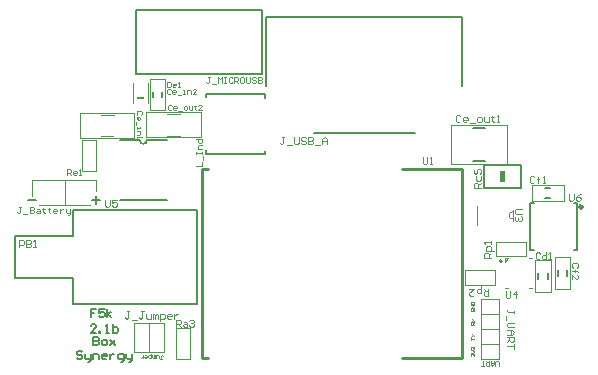
<source format=gto>
G04*
G04 #@! TF.GenerationSoftware,Altium Limited,Altium Designer,20.2.4 (192)*
G04*
G04 Layer_Color=65535*
%FSLAX25Y25*%
%MOIN*%
G70*
G04*
G04 #@! TF.SameCoordinates,A4C890F2-BA2B-4C22-B79F-40179FF621D5*
G04*
G04*
G04 #@! TF.FilePolarity,Positive*
G04*
G01*
G75*
%ADD10C,0.00787*%
%ADD11C,0.00551*%
%ADD12C,0.01181*%
%ADD13C,0.00400*%
%ADD14C,0.00300*%
%ADD15C,0.00354*%
%ADD16C,0.00500*%
%ADD17C,0.00512*%
%ADD18C,0.00315*%
%ADD19C,0.01000*%
%ADD20C,0.00250*%
%ADD21C,0.00630*%
%ADD22C,0.00394*%
%ADD23C,0.00591*%
%ADD24C,0.00402*%
%ADD25C,0.00600*%
%ADD26C,0.00323*%
G36*
X41240Y89862D02*
Y90453D01*
X43799D01*
Y89862D01*
X41240D01*
D02*
G37*
G36*
X162526Y65755D02*
X164100D01*
Y62212D01*
X162526D01*
Y65755D01*
D02*
G37*
D10*
X163091Y35747D02*
G03*
X163091Y35747I-394J0D01*
G01*
X100323Y78378D02*
X133929D01*
X84449Y94252D02*
Y117087D01*
X149803Y94252D02*
Y117087D01*
X27821Y19860D02*
X25984D01*
Y18483D01*
X26903D01*
X25984D01*
Y17105D01*
X30576Y19860D02*
X28739D01*
Y18483D01*
X29658Y18942D01*
X30117D01*
X30576Y18483D01*
Y17564D01*
X30117Y17105D01*
X29198D01*
X28739Y17564D01*
X31494Y17105D02*
Y19860D01*
Y18024D02*
X32872Y18942D01*
X31494Y18024D02*
X32872Y17105D01*
X27821Y11909D02*
X25984D01*
X27821Y13746D01*
Y14205D01*
X27362Y14664D01*
X26443D01*
X25984Y14205D01*
X28739Y11909D02*
Y12369D01*
X29198D01*
Y11909D01*
X28739D01*
X31035D02*
X31953D01*
X31494D01*
Y14664D01*
X31035Y14205D01*
X33331Y14664D02*
Y11909D01*
X34708D01*
X35168Y12369D01*
Y12828D01*
Y13287D01*
X34708Y13746D01*
X33331D01*
D11*
X42254Y76142D02*
G03*
X44754Y76142I1250J0D01*
G01*
X35630D02*
X42254D01*
X35630Y56142D02*
X51378D01*
X44754Y76142D02*
X51378D01*
X26829Y10527D02*
Y7772D01*
X28207D01*
X28666Y8231D01*
Y8690D01*
X28207Y9149D01*
X26829D01*
X28207D01*
X28666Y9608D01*
Y10068D01*
X28207Y10527D01*
X26829D01*
X30043Y7772D02*
X30961D01*
X31421Y8231D01*
Y9149D01*
X30961Y9608D01*
X30043D01*
X29584Y9149D01*
Y8231D01*
X30043Y7772D01*
X32339Y9608D02*
X34176Y7772D01*
X33257Y8690D01*
X34176Y9608D01*
X32339Y7772D01*
X23156Y5439D02*
X22696Y5898D01*
X21778D01*
X21319Y5439D01*
Y4979D01*
X21778Y4520D01*
X22696D01*
X23156Y4061D01*
Y3602D01*
X22696Y3143D01*
X21778D01*
X21319Y3602D01*
X24074Y4979D02*
Y3602D01*
X24533Y3143D01*
X25911D01*
Y2684D01*
X25451Y2224D01*
X24992D01*
X25911Y3143D02*
Y4979D01*
X26829Y3143D02*
Y4979D01*
X28207D01*
X28666Y4520D01*
Y3143D01*
X30961D02*
X30043D01*
X29584Y3602D01*
Y4520D01*
X30043Y4979D01*
X30961D01*
X31421Y4520D01*
Y4061D01*
X29584D01*
X32339Y4979D02*
Y3143D01*
Y4061D01*
X32798Y4520D01*
X33257Y4979D01*
X33716D01*
X36012Y2224D02*
X36472D01*
X36931Y2684D01*
Y4979D01*
X35553D01*
X35094Y4520D01*
Y3602D01*
X35553Y3143D01*
X36931D01*
X37849Y4979D02*
Y3602D01*
X38308Y3143D01*
X39686D01*
Y2684D01*
X39226Y2224D01*
X38767D01*
X39686Y3143D02*
Y4979D01*
D12*
X189764Y53937D02*
G03*
X189764Y53937I-394J0D01*
G01*
D13*
X166677Y52211D02*
G03*
X166677Y49811I0J-1200D01*
G01*
Y49311D02*
Y49811D01*
Y52211D01*
Y52711D01*
X154778Y47811D02*
Y54211D01*
X50374Y5610D02*
Y15059D01*
X45374Y5610D02*
X50374D01*
X45374D02*
Y15059D01*
X50374D01*
X40354Y5610D02*
X43630D01*
X40354Y15059D02*
X43681D01*
X40354Y5610D02*
Y15059D01*
X155957Y3051D02*
Y8051D01*
Y3051D02*
X161957D01*
Y23051D01*
X155957D02*
X161957D01*
X155957Y3051D02*
Y23051D01*
Y8051D02*
X161957D01*
X155957Y13051D02*
X161957D01*
X155957Y18051D02*
X161957D01*
D14*
X150596Y27975D02*
Y32700D01*
Y27975D02*
X160833D01*
Y32700D01*
X150596D02*
X160833D01*
X174213Y25492D02*
X179331D01*
Y36122D01*
X174213D02*
X179331D01*
X174213Y25492D02*
Y36122D01*
X180709Y37182D02*
X185827D01*
X180709Y26552D02*
Y37182D01*
Y26552D02*
X185827D01*
Y37182D01*
X146113Y68190D02*
X164713D01*
X146113D02*
Y81190D01*
X164713D01*
Y68190D02*
Y81190D01*
X54291Y13483D02*
X59016D01*
X54291Y3247D02*
Y13483D01*
Y3247D02*
X59016D01*
Y13483D01*
X45669Y86024D02*
Y96653D01*
X50787D01*
Y86024D02*
Y96653D01*
X45669Y86024D02*
X50787D01*
X22933Y65945D02*
X27657D01*
Y76181D01*
X22933D02*
X27657D01*
X22933Y65945D02*
Y76181D01*
X171161Y37516D02*
Y42240D01*
X160925D02*
X171161D01*
X160925Y37516D02*
Y42240D01*
Y37516D02*
X171161D01*
X173024Y61060D02*
X183654D01*
Y55942D02*
Y61060D01*
X173024Y55942D02*
X183654D01*
X173024D02*
Y61060D01*
X161957Y952D02*
Y2285D01*
X161690Y2551D01*
X161157D01*
X160890Y2285D01*
Y952D01*
X160357Y2551D02*
Y1485D01*
X159824Y952D01*
X159291Y1485D01*
Y2551D01*
Y1751D01*
X160357D01*
X158758Y2551D02*
Y952D01*
X157958D01*
X157691Y1218D01*
Y1751D01*
X157958Y2018D01*
X158758D01*
X158225D02*
X157691Y2551D01*
X157158Y952D02*
X156092D01*
X156625D01*
Y2551D01*
X152882Y4051D02*
X152682Y4251D01*
Y4651D01*
X152882Y4851D01*
X153082D01*
X153282Y4651D01*
Y4451D01*
Y4651D01*
X153482Y4851D01*
X153682D01*
X153882Y4651D01*
Y4251D01*
X153682Y4051D01*
X152682Y5251D02*
X153482D01*
X153882Y5651D01*
X153482Y6050D01*
X152682D01*
X152882Y6450D02*
X152682Y6650D01*
Y7050D01*
X152882Y7250D01*
X153082D01*
X153282Y7050D01*
Y6850D01*
Y7050D01*
X153482Y7250D01*
X153682D01*
X153882Y7050D01*
Y6650D01*
X153682Y6450D01*
X152682Y9551D02*
Y10351D01*
Y9951D01*
X153882D01*
X153082Y10751D02*
X153882Y11551D01*
X153482Y11151D01*
X153082Y11551D01*
X153882Y10751D01*
Y14551D02*
X152682D01*
Y15151D01*
X152882Y15351D01*
X153282D01*
X153482Y15151D01*
Y14551D01*
Y14951D02*
X153882Y15351D01*
X153082Y15751D02*
X153882Y16551D01*
X153482Y16151D01*
X153082Y16551D01*
X153882Y15751D01*
X152882Y19851D02*
X152682Y19651D01*
Y19251D01*
X152882Y19051D01*
X153682D01*
X153882Y19251D01*
Y19651D01*
X153682Y19851D01*
X153282D01*
Y19451D01*
X153882Y20251D02*
X152682D01*
X153882Y21050D01*
X152682D01*
Y21450D02*
X153882D01*
Y22050D01*
X153682Y22250D01*
X152882D01*
X152682Y22050D01*
Y21450D01*
D15*
X163976Y35451D02*
X165213Y36688D01*
X163976D02*
X165213D01*
X163976Y35451D02*
Y36688D01*
X172008Y26932D02*
X173228D01*
X163976D02*
X165197D01*
X172008Y36688D02*
X173228D01*
X65682Y97243D02*
X65026D01*
X65354D01*
Y95604D01*
X65026Y95276D01*
X64698D01*
X64370Y95604D01*
X66338Y94948D02*
X67650D01*
X68306Y95276D02*
Y97243D01*
X68962Y96588D01*
X69618Y97243D01*
Y95276D01*
X70274Y97243D02*
X70930D01*
X70602D01*
Y95276D01*
X70274D01*
X70930D01*
X73225Y96916D02*
X72897Y97243D01*
X72241D01*
X71913Y96916D01*
Y95604D01*
X72241Y95276D01*
X72897D01*
X73225Y95604D01*
X73881Y95276D02*
Y97243D01*
X74865D01*
X75193Y96916D01*
Y96259D01*
X74865Y95932D01*
X73881D01*
X74537D02*
X75193Y95276D01*
X76833Y97243D02*
X76177D01*
X75849Y96916D01*
Y95604D01*
X76177Y95276D01*
X76833D01*
X77161Y95604D01*
Y96916D01*
X76833Y97243D01*
X77817D02*
Y95604D01*
X78145Y95276D01*
X78801D01*
X79129Y95604D01*
Y97243D01*
X81097Y96916D02*
X80769Y97243D01*
X80113D01*
X79785Y96916D01*
Y96588D01*
X80113Y96259D01*
X80769D01*
X81097Y95932D01*
Y95604D01*
X80769Y95276D01*
X80113D01*
X79785Y95604D01*
X81753Y97243D02*
Y95276D01*
X82737D01*
X83065Y95604D01*
Y95932D01*
X82737Y96259D01*
X81753D01*
X82737D01*
X83065Y96588D01*
Y96916D01*
X82737Y97243D01*
X81753D01*
D16*
X175197Y29921D02*
Y31693D01*
X178347Y29921D02*
Y31693D01*
X184843Y30981D02*
Y32752D01*
X181693Y30981D02*
Y32752D01*
X153287Y69178D02*
X157539D01*
X153287Y80201D02*
X157539D01*
X49803Y90453D02*
Y92224D01*
X46654Y90453D02*
Y92224D01*
X64370Y91339D02*
X84055D01*
Y90158D02*
Y91339D01*
X64370Y90354D02*
Y91339D01*
Y71653D02*
X84055D01*
X64370D02*
Y72835D01*
X84055Y71653D02*
Y72638D01*
X84449Y117087D02*
X149803D01*
X169514Y60243D02*
Y67724D01*
X157112Y60243D02*
X169514D01*
X157112D02*
Y67724D01*
X169514D01*
X177454Y56926D02*
X179225D01*
X177454Y60076D02*
X179225D01*
D17*
X83071Y98032D02*
Y119587D01*
X40945D02*
X83071D01*
X40945Y98032D02*
X83071D01*
X40945D02*
Y119587D01*
D18*
X40059Y88386D02*
Y95079D01*
X44980Y88386D02*
Y95079D01*
X43630Y5610D02*
X45374D01*
X52609Y92962D02*
X52314Y93257D01*
X51724D01*
X51429Y92962D01*
Y91782D01*
X51724Y91487D01*
X52314D01*
X52609Y91782D01*
X54085Y91487D02*
X53495D01*
X53200Y91782D01*
Y92372D01*
X53495Y92667D01*
X54085D01*
X54381Y92372D01*
Y92077D01*
X53200D01*
X54971Y91191D02*
X56152D01*
X56742Y91487D02*
X57332D01*
X57037D01*
Y92667D01*
X56742D01*
X58218Y91487D02*
Y92667D01*
X59103D01*
X59399Y92372D01*
Y91487D01*
X61170D02*
X59989D01*
X61170Y92667D01*
Y92962D01*
X60874Y93257D01*
X60284D01*
X59989Y92962D01*
X51477Y95571D02*
Y93800D01*
X52363D01*
X52658Y94095D01*
Y95275D01*
X52363Y95571D01*
X51477D01*
X54134Y93800D02*
X53543D01*
X53248Y94095D01*
Y94685D01*
X53543Y94980D01*
X54134D01*
X54429Y94685D01*
Y94390D01*
X53248D01*
X55019Y93800D02*
X55610D01*
X55314D01*
Y95571D01*
X55019Y95275D01*
X52908Y87631D02*
X52620Y87920D01*
X52042D01*
X51754Y87631D01*
Y86476D01*
X52042Y86188D01*
X52620D01*
X52908Y86476D01*
X54351Y86188D02*
X53774D01*
X53486Y86476D01*
Y87054D01*
X53774Y87342D01*
X54351D01*
X54640Y87054D01*
Y86765D01*
X53486D01*
X55217Y85899D02*
X56372D01*
X57238Y86188D02*
X57815D01*
X58103Y86476D01*
Y87054D01*
X57815Y87342D01*
X57238D01*
X56949Y87054D01*
Y86476D01*
X57238Y86188D01*
X58681Y87342D02*
Y86476D01*
X58969Y86188D01*
X59835D01*
Y87342D01*
X60701Y87631D02*
Y87342D01*
X60412D01*
X60990D01*
X60701D01*
Y86476D01*
X60990Y86188D01*
X63010D02*
X61856D01*
X63010Y87342D01*
Y87631D01*
X62721Y87920D01*
X62144D01*
X61856Y87631D01*
X42690Y84519D02*
X42979Y84808D01*
Y85385D01*
X42690Y85674D01*
X41536D01*
X41247Y85385D01*
Y84808D01*
X41536Y84519D01*
X41247Y83076D02*
Y83654D01*
X41536Y83942D01*
X42113D01*
X42401Y83654D01*
Y83076D01*
X42113Y82788D01*
X41824D01*
Y83942D01*
X40958Y82211D02*
Y81056D01*
X41247Y80479D02*
Y79902D01*
Y80190D01*
X42401D01*
Y80479D01*
X41247Y79036D02*
X42401D01*
Y78170D01*
X42113Y77881D01*
X41247D01*
Y77304D02*
Y76727D01*
Y77015D01*
X42979D01*
X42690Y77304D01*
D19*
X129626Y3543D02*
X149705D01*
X63091D02*
X65059D01*
X63091D02*
Y66535D01*
X65059D01*
X129626D02*
X149705D01*
Y3543D02*
Y66535D01*
D20*
X51358Y77649D02*
X55610D01*
X51555Y84949D02*
X55807D01*
X62598Y77165D02*
Y85433D01*
X44488D02*
X62598D01*
X44488Y77165D02*
Y85433D01*
Y77165D02*
X62598D01*
X29232Y77334D02*
X33484D01*
X29429Y84634D02*
X33681D01*
X40472Y76850D02*
Y85118D01*
X22362D02*
X40472D01*
X22362Y76850D02*
Y85118D01*
Y76850D02*
X40472D01*
D21*
X20085Y21575D02*
Y30236D01*
X794D02*
X20085D01*
X794Y44016D02*
X20085D01*
Y52677D01*
X794Y30236D02*
Y44016D01*
X20085Y21575D02*
X61424D01*
X20085Y52677D02*
X61424D01*
Y21575D02*
Y52677D01*
D22*
X6354Y62776D02*
X27712D01*
X17476Y54508D02*
Y62776D01*
X27712Y59232D02*
Y62776D01*
X8716Y54508D02*
X25645D01*
X6354Y57362D02*
Y62776D01*
X158517Y26614D02*
Y24252D01*
X157336D01*
X156943Y24646D01*
Y25433D01*
X157336Y25827D01*
X158517D01*
X157730D02*
X156943Y26614D01*
X156155Y27401D02*
Y25040D01*
X154975D01*
X154581Y25433D01*
Y26220D01*
X154975Y26614D01*
X156155D01*
X152220D02*
X153794D01*
X152220Y25040D01*
Y24646D01*
X152613Y24252D01*
X153400D01*
X153794Y24646D01*
X164272Y25885D02*
Y23918D01*
X164666Y23524D01*
X165453D01*
X165847Y23918D01*
Y25885D01*
X167815Y23524D02*
Y25885D01*
X166634Y24705D01*
X168208D01*
X175675Y38320D02*
X175315Y38680D01*
X174593D01*
X174232Y38320D01*
Y36876D01*
X174593Y36516D01*
X175315D01*
X175675Y36876D01*
X177840Y38680D02*
Y36516D01*
X176758D01*
X176397Y36876D01*
Y37598D01*
X176758Y37959D01*
X177840D01*
X178562Y36516D02*
X179283D01*
X178922D01*
Y38680D01*
X178562Y38320D01*
X188143Y33645D02*
X188503Y34006D01*
Y34728D01*
X188143Y35089D01*
X186699D01*
X186339Y34728D01*
Y34006D01*
X186699Y33645D01*
X186339Y32563D02*
X188143D01*
X187421D01*
Y32924D01*
Y32202D01*
Y32563D01*
X188143D01*
X188503Y32202D01*
X186339Y29677D02*
Y31120D01*
X187782Y29677D01*
X188143D01*
X188503Y30038D01*
Y30759D01*
X188143Y31120D01*
X2166Y40453D02*
Y42815D01*
X3347D01*
X3740Y42421D01*
Y41634D01*
X3347Y41240D01*
X2166D01*
X4528Y42815D02*
Y40453D01*
X5708D01*
X6102Y40847D01*
Y41240D01*
X5708Y41634D01*
X4528D01*
X5708D01*
X6102Y42027D01*
Y42421D01*
X5708Y42815D01*
X4528D01*
X6889Y40453D02*
X7676D01*
X7283D01*
Y42815D01*
X6889Y42421D01*
X30709Y56299D02*
Y54331D01*
X31103Y53937D01*
X31890D01*
X32284Y54331D01*
Y56299D01*
X34645D02*
X33071D01*
Y55118D01*
X33858Y55512D01*
X34251D01*
X34645Y55118D01*
Y54331D01*
X34251Y53937D01*
X33464D01*
X33071Y54331D01*
X136615Y70472D02*
Y68504D01*
X137008Y68111D01*
X137795D01*
X138189Y68504D01*
Y70472D01*
X138976Y68111D02*
X139763D01*
X139370D01*
Y70472D01*
X138976Y70078D01*
X17980Y64567D02*
Y66535D01*
X18964D01*
X19292Y66207D01*
Y65551D01*
X18964Y65223D01*
X17980D01*
X18636D02*
X19292Y64567D01*
X20932D02*
X20276D01*
X19948Y64895D01*
Y65551D01*
X20276Y65879D01*
X20932D01*
X21260Y65551D01*
Y65223D01*
X19948D01*
X21915Y64567D02*
X22571D01*
X22243D01*
Y66535D01*
X21915Y66207D01*
X54496Y13977D02*
Y16141D01*
X55578D01*
X55939Y15781D01*
Y15059D01*
X55578Y14698D01*
X54496D01*
X55217D02*
X55939Y13977D01*
X57021Y15420D02*
X57743D01*
X58103Y15059D01*
Y13977D01*
X57021D01*
X56660Y14337D01*
X57021Y14698D01*
X58103D01*
X58825Y15781D02*
X59186Y16141D01*
X59907D01*
X60268Y15781D01*
Y15420D01*
X59907Y15059D01*
X59547D01*
X59907D01*
X60268Y14698D01*
Y14337D01*
X59907Y13977D01*
X59186D01*
X58825Y14337D01*
X60939Y67655D02*
X62906D01*
Y68967D01*
X63235Y69623D02*
Y70935D01*
X60939Y71591D02*
Y72246D01*
Y71918D01*
X62906D01*
Y71591D01*
Y72246D01*
Y73230D02*
X61595D01*
Y74214D01*
X61923Y74542D01*
X62906D01*
X60939Y76510D02*
X62906D01*
Y75526D01*
X62579Y75198D01*
X61923D01*
X61595Y75526D01*
Y76510D01*
X149224Y84168D02*
X148831Y84561D01*
X148044D01*
X147650Y84168D01*
Y82593D01*
X148044Y82200D01*
X148831D01*
X149224Y82593D01*
X151192Y82200D02*
X150405D01*
X150011Y82593D01*
Y83380D01*
X150405Y83774D01*
X151192D01*
X151586Y83380D01*
Y82987D01*
X150011D01*
X152373Y81806D02*
X153947D01*
X155128Y82200D02*
X155915D01*
X156309Y82593D01*
Y83380D01*
X155915Y83774D01*
X155128D01*
X154734Y83380D01*
Y82593D01*
X155128Y82200D01*
X157096Y83774D02*
Y82593D01*
X157489Y82200D01*
X158670D01*
Y83774D01*
X159851Y84168D02*
Y83774D01*
X159457D01*
X160244D01*
X159851D01*
Y82593D01*
X160244Y82200D01*
X161425D02*
X162212D01*
X161819D01*
Y84561D01*
X161425Y84168D01*
X185335Y58303D02*
Y56336D01*
X185728Y55942D01*
X186515D01*
X186909Y56336D01*
Y58303D01*
X189270D02*
X188483Y57910D01*
X187696Y57123D01*
Y56336D01*
X188090Y55942D01*
X188877D01*
X189270Y56336D01*
Y56729D01*
X188877Y57123D01*
X187696D01*
X169639Y53150D02*
X167671D01*
X167278Y52756D01*
Y51969D01*
X167671Y51575D01*
X169639D01*
X169245Y50788D02*
X169639Y50395D01*
Y49608D01*
X169245Y49214D01*
X168852D01*
X168458Y49608D01*
Y50001D01*
Y49608D01*
X168065Y49214D01*
X167671D01*
X167278Y49608D01*
Y50395D01*
X167671Y50788D01*
X155957Y60243D02*
X153595D01*
Y61424D01*
X153989Y61818D01*
X154776D01*
X155169Y61424D01*
Y60243D01*
Y61030D02*
X155957Y61818D01*
X154382Y64179D02*
Y62998D01*
X154776Y62605D01*
X155563D01*
X155957Y62998D01*
Y64179D01*
X153989Y66540D02*
X153595Y66147D01*
Y65360D01*
X153989Y64966D01*
X154382D01*
X154776Y65360D01*
Y66147D01*
X155169Y66540D01*
X155563D01*
X155957Y66147D01*
Y65360D01*
X155563Y64966D01*
X159449Y36909D02*
X157087D01*
Y38090D01*
X157481Y38484D01*
X158268D01*
X158662Y38090D01*
Y36909D01*
Y37697D02*
X159449Y38484D01*
X160236Y39271D02*
X157875D01*
Y40452D01*
X158268Y40845D01*
X159055D01*
X159449Y40452D01*
Y39271D01*
Y41632D02*
Y42419D01*
Y42026D01*
X157087D01*
X157481Y41632D01*
X90551Y77165D02*
X89763D01*
X90157D01*
Y75197D01*
X89763Y74803D01*
X89370D01*
X88976Y75197D01*
X91338Y74410D02*
X92912D01*
X93699Y77165D02*
Y75197D01*
X94093Y74803D01*
X94880D01*
X95274Y75197D01*
Y77165D01*
X97635Y76771D02*
X97241Y77165D01*
X96454D01*
X96061Y76771D01*
Y76377D01*
X96454Y75984D01*
X97241D01*
X97635Y75590D01*
Y75197D01*
X97241Y74803D01*
X96454D01*
X96061Y75197D01*
X98422Y77165D02*
Y74803D01*
X99603D01*
X99996Y75197D01*
Y75590D01*
X99603Y75984D01*
X98422D01*
X99603D01*
X99996Y76377D01*
Y76771D01*
X99603Y77165D01*
X98422D01*
X100784Y74410D02*
X102358D01*
X103145Y74803D02*
Y76377D01*
X103932Y77165D01*
X104719Y76377D01*
Y74803D01*
Y75984D01*
X103145D01*
X167125Y18406D02*
Y19193D01*
Y18800D01*
X165157D01*
X164764Y19193D01*
Y19587D01*
X165157Y19980D01*
X164370Y17619D02*
Y16045D01*
X167125Y15257D02*
X165157D01*
X164764Y14864D01*
Y14077D01*
X165157Y13683D01*
X167125D01*
X164764Y12896D02*
X166338D01*
X167125Y12109D01*
X166338Y11322D01*
X164764D01*
X165945D01*
Y12896D01*
X164764Y10535D02*
X167125D01*
Y9354D01*
X166732Y8960D01*
X165945D01*
X165551Y9354D01*
Y10535D01*
Y9747D02*
X164764Y8960D01*
X167125Y8173D02*
Y6599D01*
Y7386D01*
X164764D01*
X38877Y18995D02*
X38090D01*
X38484D01*
Y17027D01*
X38090Y16634D01*
X37697D01*
X37303Y17027D01*
X39665Y16240D02*
X41239D01*
X43600Y18995D02*
X42813D01*
X43207D01*
Y17027D01*
X42813Y16634D01*
X42420D01*
X42026Y17027D01*
X44388Y18208D02*
Y17027D01*
X44781Y16634D01*
X45962D01*
Y18208D01*
X46749Y16634D02*
Y18208D01*
X47142D01*
X47536Y17815D01*
Y16634D01*
Y17815D01*
X47930Y18208D01*
X48323Y17815D01*
Y16634D01*
X49110Y15847D02*
Y18208D01*
X50291D01*
X50685Y17815D01*
Y17027D01*
X50291Y16634D01*
X49110D01*
X52653D02*
X51865D01*
X51472Y17027D01*
Y17815D01*
X51865Y18208D01*
X52653D01*
X53046Y17815D01*
Y17421D01*
X51472D01*
X53833Y18208D02*
Y16634D01*
Y17421D01*
X54227Y17815D01*
X54620Y18208D01*
X55014D01*
X2709Y53917D02*
X1994D01*
X2352D01*
Y52129D01*
X1994Y51772D01*
X1637D01*
X1280Y52129D01*
X3424Y51414D02*
X4854D01*
X5570Y53917D02*
Y51772D01*
X6642D01*
X7000Y52129D01*
Y52487D01*
X6642Y52844D01*
X5570D01*
X6642D01*
X7000Y53202D01*
Y53559D01*
X6642Y53917D01*
X5570D01*
X8072Y53202D02*
X8787D01*
X9144Y52844D01*
Y51772D01*
X8072D01*
X7715Y52129D01*
X8072Y52487D01*
X9144D01*
X10217Y53559D02*
Y53202D01*
X9859D01*
X10574D01*
X10217D01*
Y52129D01*
X10574Y51772D01*
X12004Y53559D02*
Y53202D01*
X11647D01*
X12362D01*
X12004D01*
Y52129D01*
X12362Y51772D01*
X14507D02*
X13792D01*
X13434Y52129D01*
Y52844D01*
X13792Y53202D01*
X14507D01*
X14864Y52844D01*
Y52487D01*
X13434D01*
X15579Y53202D02*
Y51772D01*
Y52487D01*
X15937Y52844D01*
X16294Y53202D01*
X16652D01*
X17724D02*
Y52129D01*
X18082Y51772D01*
X19154D01*
Y51414D01*
X18797Y51057D01*
X18439D01*
X19154Y51772D02*
Y53202D01*
X173878Y63779D02*
X173484Y64173D01*
X172697D01*
X172303Y63779D01*
Y62205D01*
X172697Y61811D01*
X173484D01*
X173878Y62205D01*
X175058Y61811D02*
Y63779D01*
Y62992D01*
X174665D01*
X175452D01*
X175058D01*
Y63779D01*
X175452Y64173D01*
X176632Y61811D02*
X177420D01*
X177026D01*
Y64173D01*
X176632Y63779D01*
D23*
X172441Y39370D02*
X173622D01*
X172441Y55118D02*
X173622D01*
X187008Y39370D02*
X188189D01*
X187008Y55118D02*
X188189D01*
Y39370D02*
Y55118D01*
X172441Y39370D02*
Y55118D01*
D24*
X42539Y5610D02*
X45374D01*
X42591Y15059D02*
X45425D01*
D25*
X28992Y56052D02*
X26326D01*
X27659Y54719D02*
Y57385D01*
X7732Y56052D02*
X5066D01*
D26*
X49128Y3091D02*
X49574D01*
X49351D01*
Y4206D01*
X49574Y4429D01*
X49797D01*
X50020Y4206D01*
X48682Y3537D02*
Y4206D01*
X48458Y4429D01*
X47789D01*
Y3537D01*
X47343Y4429D02*
Y3537D01*
X47120D01*
X46897Y3760D01*
Y4429D01*
Y3760D01*
X46674Y3537D01*
X46451Y3760D01*
Y4429D01*
X46005Y4875D02*
Y3537D01*
X45336D01*
X45113Y3760D01*
Y4206D01*
X45336Y4429D01*
X46005D01*
X43998D02*
X44444D01*
X44667Y4206D01*
Y3760D01*
X44444Y3537D01*
X43998D01*
X43775Y3760D01*
Y3983D01*
X44667D01*
X43329Y3537D02*
Y4429D01*
Y3983D01*
X43106Y3760D01*
X42883Y3537D01*
X42660D01*
M02*

</source>
